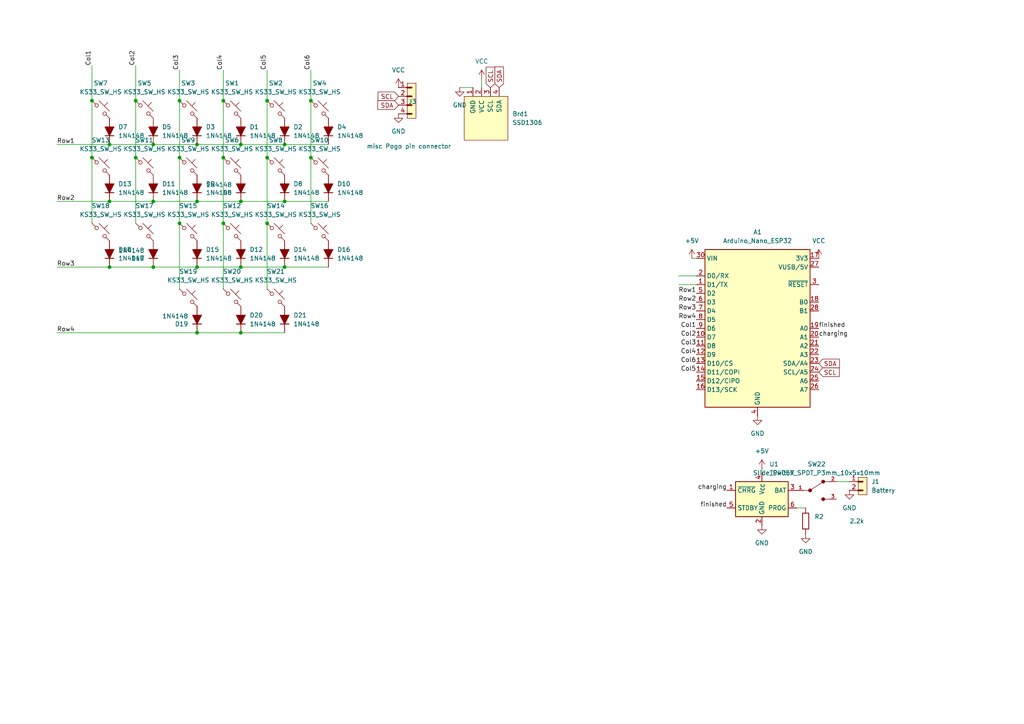
<source format=kicad_sch>
(kicad_sch (version 20250114) (generator "eeschema") (generator_version "9.0")
  (paper "A4")
  (lib_symbols
    (symbol "Battery_Management:TP4057"
      (property "Reference" "U" (at -6.35 6.604 0))
      (property "Value" "TP4057" (at 1.524 6.604 0))
      (symbol "TP4057_0_1"
        (rectangle (start -7.62 5.08) (end 7.62 -5.08) (stroke (width 0.254)) (fill (type background)))
      )
      (symbol "TP4057_1_1"
        (pin open_collector line (at -10.16 2.54 0) (length 2.54) (name "~{CHRG}") (number "1"))
        (pin open_collector line (at -10.16 -2.54 0) (length 2.54) (name "STDBY") (number "5"))
        (pin power_in line (at 0 7.62 270) (length 2.54) (name "V_{CC}") (number "4"))
        (pin power_in line (at 0 -7.62 90) (length 2.54) (name "GND") (number "2"))
        (pin power_out line (at 10.16 2.54 180) (length 2.54) (name "BAT") (number "3"))
        (pin passive line (at 10.16 -2.54 180) (length 2.54) (name "PROG") (number "6"))
      )
    )
    (symbol "MCU_Module:Arduino_Nano_ESP32"
      (property "Reference" "A" (at -14.986 23.622 0))
      (property "Value" "Arduino_Nano_ESP32" (at 3.81 -25.654 0))
      (symbol "Arduino_Nano_ESP32_0_1"
        (rectangle (start -15.24 22.86) (end 15.24 -22.86) (stroke (width 0.254)) (fill (type background)))
      )
      (symbol "Arduino_Nano_ESP32_1_1"
        (pin power_in line (at -17.78 20.32 0) (length 2.54) (name "VIN") (number "30"))
        (pin bidirectional line (at -17.78 15.24 0) (length 2.54) (name "D0/RX") (number "2"))
        (pin bidirectional line (at -17.78 12.7 0) (length 2.54) (name "D1/TX") (number "1"))
        (pin bidirectional line (at -17.78 10.16 0) (length 2.54) (name "D2") (number "5"))
        (pin bidirectional line (at -17.78 7.62 0) (length 2.54) (name "D3") (number "6"))
        (pin bidirectional line (at -17.78 5.08 0) (length 2.54) (name "D4") (number "7"))
        (pin bidirectional line (at -17.78 2.54 0) (length 2.54) (name "D5") (number "8"))
        (pin bidirectional line (at -17.78 0 0) (length 2.54) (name "D6") (number "9"))
        (pin bidirectional line (at -17.78 -2.54 0) (length 2.54) (name "D7") (number "10"))
        (pin bidirectional line (at -17.78 -5.08 0) (length 2.54) (name "D8") (number "11"))
        (pin bidirectional line (at -17.78 -7.62 0) (length 2.54) (name "D9") (number "12"))
        (pin bidirectional line (at -17.78 -10.16 0) (length 2.54) (name "D10/CS") (number "13"))
        (pin bidirectional line (at -17.78 -12.7 0) (length 2.54) (name "D11/COPI") (number "14"))
        (pin bidirectional line (at -17.78 -15.24 0) (length 2.54) (name "D12/CIPO") (number "15"))
        (pin bidirectional line (at -17.78 -17.78 0) (length 2.54) (name "D13/SCK") (number "16"))
        (pin passive line (at 0 -25.4 90) (length 2.54) (hide yes) (name "GND") (number "29"))
        (pin power_in line (at 0 -25.4 90) (length 2.54) (name "GND") (number "4"))
        (pin power_out line (at 17.78 20.32 180) (length 2.54) (name "3V3") (number "17"))
        (pin power_out line (at 17.78 17.78 180) (length 2.54) (name "VUSB/5V") (number "27"))
        (pin input line (at 17.78 12.7 180) (length 2.54) (name "~{RESET}") (number "3"))
        (pin bidirectional line (at 17.78 7.62 180) (length 2.54) (name "B0") (number "18"))
        (pin bidirectional line (at 17.78 5.08 180) (length 2.54) (name "B1") (number "28"))
        (pin bidirectional line (at 17.78 0 180) (length 2.54) (name "A0") (number "19"))
        (pin bidirectional line (at 17.78 -2.54 180) (length 2.54) (name "A1") (number "20"))
        (pin bidirectional line (at 17.78 -5.08 180) (length 2.54) (name "A2") (number "21"))
        (pin bidirectional line (at 17.78 -7.62 180) (length 2.54) (name "A3") (number "22"))
        (pin bidirectional line (at 17.78 -10.16 180) (length 2.54) (name "SDA/A4") (number "23"))
        (pin bidirectional line (at 17.78 -12.7 180) (length 2.54) (name "SCL/A5") (number "24"))
        (pin bidirectional line (at 17.78 -15.24 180) (length 2.54) (name "A6") (number "25"))
        (pin bidirectional line (at 17.78 -17.78 180) (length 2.54) (name "A7") (number "26"))
      )
    )
    (symbol "PCM_Diode_AKL:1N4148" (pin_numbers (hide yes)) (pin_names (offset 1.016) (hide yes))
      (property "Reference" "D" (at 0 5.08 0))
      (property "Value" "1N4148" (at 0 2.54 0))
      (symbol "1N4148_0_1"
        (polyline (pts (xy -1.27 1.27) (xy -1.27 -1.27) (xy 1.27 0) (xy -1.27 1.27)) (stroke (width 0.254)) (fill (type outline)))
        (polyline (pts (xy -1.27 0) (xy 1.27 0)))
        (polyline (pts (xy 1.27 1.27) (xy 1.27 -1.27)) (stroke (width 0.254)))
      )
      (symbol "1N4148_0_2"
        (polyline (pts (xy -2.54 -2.54) (xy 2.54 2.54)))
        (polyline (pts (xy -0.889 -0.889) (xy -1.778 0) (xy 0.889 0.889) (xy 0 -1.778) (xy -0.889 -0.889)) (stroke (width 0.254)) (fill (type outline)))
        (polyline (pts (xy 0 1.778) (xy 1.778 0)) (stroke (width 0.254)))
      )
      (symbol "1N4148_1_1"
        (pin passive line (at -3.81 0 0) (length 2.54) (name "A") (number "2"))
        (pin passive line (at 3.81 0 180) (length 2.54) (name "K") (number "1"))
      )
      (symbol "1N4148_1_2"
        (pin passive line (at -2.54 -2.54 0) (length 0) (name "A") (number "2"))
        (pin passive line (at 2.54 2.54 180) (length 0) (name "K") (number "1"))
      )
    )
    (symbol "PCM_SL_Devices:Slide_Switch_SPDT_P3mm_10x5x10mm"
      (property "Reference" "SW" (at 0 6.35 0))
      (property "Value" "Slide_Switch_SPDT_P3mm_10x5x10mm" (at -1.27 -5.08 0))
      (symbol "Slide_Switch_SPDT_P3mm_10x5x10mm_0_1"
        (polyline (pts (xy -4.445 0) (xy -3.048 0)))
        (circle (center -2.54 0) (radius 0.4579) (fill (type outline)))
        (polyline (pts (xy -2.54 0) (xy 1.27 2.54)))
        (circle (center 1.27 2.54) (radius 0.4579) (fill (type outline)))
        (circle (center 1.27 -2.54) (radius 0.4579) (fill (type outline)))
        (polyline (pts (xy 1.778 2.54) (xy 3.175 2.54)))
        (polyline (pts (xy 1.778 -2.54) (xy 3.175 -2.54)))
      )
      (symbol "Slide_Switch_SPDT_P3mm_10x5x10mm_1_1"
        (pin passive line (at -6.35 0 0) (length 2) (name "") (number "1"))
        (pin passive line (at 5.08 2.54 180) (length 2) (name "") (number "2"))
        (pin passive line (at 5.08 -2.54 180) (length 2) (name "") (number "3"))
      )
    )
    (symbol "PCM_SL_Pin_Headers:PINHD_1x2_Male"
      (property "Reference" "J" (at 0 6.35 0))
      (property "Value" "PINHD_1x2_Male" (at 0 3.81 0))
      (symbol "PINHD_1x2_Male_0_1"
        (rectangle (start -1.27 2.54) (end 1.27 -2.54) (fill (type background)))
        (polyline (pts (xy -1.27 1.27) (xy 0 1.27)) (stroke (width 0.3)))
        (polyline (pts (xy -1.27 1.27) (xy 0 1.27)) (stroke (width 0.5)))
        (polyline (pts (xy -1.27 -1.27) (xy 0 -1.27)) (stroke (width 0.3)))
        (polyline (pts (xy -1.27 -1.27) (xy 0 -1.27)) (stroke (width 0.5)))
      )
      (symbol "PINHD_1x2_Male_1_1"
        (pin passive line (at -3.81 1.27 0) (length 2.54) (name "") (number "1"))
        (pin passive line (at -3.81 -1.27 0) (length 2.54) (name "") (number "2"))
      )
    )
    (symbol "PCM_SL_Pin_Headers:PINHD_1x4_Male"
      (property "Reference" "J" (at 0 8.89 0))
      (property "Value" "PINHD_1x4_Male" (at 0 6.35 0))
      (symbol "PINHD_1x4_Male_0_1"
        (rectangle (start -1.27 5.08) (end 1.27 -5.08) (fill (type background)))
        (polyline (pts (xy -1.27 3.81) (xy 0 3.81)) (stroke (width 0.3)))
        (polyline (pts (xy -1.27 3.81) (xy 0 3.81)) (stroke (width 0.5)))
        (polyline (pts (xy -1.27 1.27) (xy 0 1.27)) (stroke (width 0.3)))
        (polyline (pts (xy -1.27 1.27) (xy 0 1.27)) (stroke (width 0.5)))
        (polyline (pts (xy -1.27 -1.27) (xy 0 -1.27)) (stroke (width 0.3)))
        (polyline (pts (xy -1.27 -1.27) (xy 0 -1.27)) (stroke (width 0.5)))
        (polyline (pts (xy -1.27 -3.81) (xy 0 -3.81)) (stroke (width 0.3)))
        (polyline (pts (xy -1.27 -3.81) (xy 0 -3.81)) (stroke (width 0.5)))
      )
      (symbol "PINHD_1x4_Male_1_1"
        (pin passive line (at -3.81 3.81 0) (length 2.54) (name "") (number "1"))
        (pin passive line (at -3.81 1.27 0) (length 2.54) (name "") (number "2"))
        (pin passive line (at -3.81 -1.27 0) (length 2.54) (name "") (number "3"))
        (pin passive line (at -3.81 -3.81 0) (length 2.54) (name "") (number "4"))
      )
    )
    (symbol "PCM_SL_Resistors:2.2k"
      (property "Reference" "R" (at 0 5.08 0))
      (property "Value" "2.2k" (at 0 2.54 0))
      (symbol "2.2k_0_1"
        (rectangle (start -2.286 0.889) (end 2.286 -0.889) (stroke (width 0.24)))
      )
      (symbol "2.2k_1_1"
        (pin passive line (at -3.81 0 0) (length 1.5) (name "") (number "1"))
        (pin passive line (at 3.81 0 180) (length 1.5) (name "~") (number "2"))
      )
    )
    (symbol "PCM_marbastlib-gateron_lp:KS33_SW_HS_KS-2P02B01-02" (pin_numbers (hide yes)) (pin_names (offset 1.016) (hide yes))
      (property "Reference" "SW" (at 3.048 1.016 0))
      (property "Value" "KS33_SW_HS" (at 0 -3.81 0))
      (symbol "KS33_SW_HS_KS-2P02B01-02_0_1"
        (polyline (pts (xy -2.54 2.54) (xy -1.524 1.524) (xy -1.524 1.524)))
        (circle (center -1.1684 1.1684) (radius 0.508))
        (polyline (pts (xy -0.508 2.54) (xy 2.54 -0.508)))
        (polyline (pts (xy 1.016 1.016) (xy 2.032 2.032)))
        (circle (center 1.143 -1.1938) (radius 0.508))
        (polyline (pts (xy 1.524 -1.524) (xy 2.54 -2.54) (xy 2.54 -2.54) (xy 2.54 -2.54)))
        (pin passive line (at -2.54 2.54 0) (length 0) (name "1") (number "1"))
        (pin passive line (at 2.54 -2.54 180) (length 0) (name "2") (number "2"))
      )
    )
    (symbol "power:+5V" (power) (pin_numbers (hide yes)) (pin_names (offset 0) (hide yes))
      (property "Value" "+5V" (at 0 3.556 0))
      (symbol "+5V_0_1"
        (polyline (pts (xy -0.762 1.27) (xy 0 2.54)))
        (polyline (pts (xy 0 2.54) (xy 0.762 1.27)))
        (polyline (pts (xy 0 0) (xy 0 2.54)))
      )
      (symbol "+5V_1_1"
        (pin power_in line (at 0 0 90) (length 0) (name "~") (number "1"))
      )
    )
    (symbol "power:GND" (power) (pin_numbers (hide yes)) (pin_names (offset 0) (hide yes))
      (property "Value" "GND" (at 0 -3.81 0))
      (symbol "GND_0_1"
        (polyline (pts (xy 0 0) (xy 0 -1.27) (xy 1.27 -1.27) (xy 0 -2.54) (xy -1.27 -1.27) (xy 0 -1.27)))
      )
      (symbol "GND_1_1"
        (pin power_in line (at 0 0 270) (length 0) (name "~") (number "1"))
      )
    )
    (symbol "power:VCC" (power) (pin_numbers (hide yes)) (pin_names (offset 0) (hide yes))
      (property "Value" "VCC" (at 0 3.556 0))
      (symbol "VCC_0_1"
        (polyline (pts (xy -0.762 1.27) (xy 0 2.54)))
        (polyline (pts (xy 0 2.54) (xy 0.762 1.27)))
        (polyline (pts (xy 0 0) (xy 0 2.54)))
      )
      (symbol "VCC_1_1"
        (pin power_in line (at 0 0 90) (length 0) (name "~") (number "1"))
      )
    )
    (symbol "ssd1306:SSD1306" (pin_names (offset 1.016))
      (property "Reference" "Brd" (at 0 -3.81 0))
      (property "Value" "SSD1306" (at 0 -1.27 0))
      (symbol "SSD1306_0_1"
        (rectangle (start -6.35 6.35) (end 6.35 -6.35) (fill (type background)))
      )
      (symbol "SSD1306_1_1"
        (pin input line (at -3.81 8.89 270) (length 2.54) (name "GND") (number "1"))
        (pin input line (at -1.27 8.89 270) (length 2.54) (name "VCC") (number "2"))
        (pin input line (at 1.27 8.89 270) (length 2.54) (name "SCL") (number "3"))
        (pin input line (at 3.81 8.89 270) (length 2.54) (name "SDA") (number "4"))
      )
    )
  )
  (junction (at 64.77 29.21))
  (junction (at 82.55 58.42))
  (junction (at 64.77 45.72))
  (junction (at 82.55 77.47))
  (junction (at 31.75 41.91))
  (junction (at 44.45 77.47))
  (junction (at 57.15 41.91))
  (junction (at 57.15 58.42))
  (junction (at 39.37 45.72))
  (junction (at 39.37 29.21))
  (junction (at 31.75 77.47))
  (junction (at 69.85 41.91))
  (junction (at 69.85 77.47))
  (junction (at 52.07 64.77))
  (junction (at 90.17 29.21))
  (junction (at 64.77 64.77))
  (junction (at 90.17 45.72))
  (junction (at 44.45 58.42))
  (junction (at 26.67 45.72))
  (junction (at 57.15 96.52))
  (junction (at 69.85 58.42))
  (junction (at 77.47 45.72))
  (junction (at 77.47 64.77))
  (junction (at 77.47 29.21))
  (junction (at 44.45 41.91))
  (junction (at 26.67 29.21))
  (junction (at 57.15 77.47))
  (junction (at 52.07 29.21))
  (junction (at 31.75 58.42))
  (junction (at 82.55 41.91))
  (junction (at 52.07 45.72))
  (junction (at 69.85 96.52))
  (wire (pts (xy 64.77 45.72) (xy 64.77 64.77)))
  (wire (pts (xy 39.37 29.21) (xy 39.37 45.72)))
  (wire (pts (xy 220.98 135.89) (xy 220.98 137.16)))
  (wire (pts (xy 69.85 96.52) (xy 82.55 96.52)))
  (wire (pts (xy 31.75 58.42) (xy 44.45 58.42)))
  (wire (pts (xy 90.17 29.21) (xy 90.17 45.72)))
  (wire (pts (xy 57.15 58.42) (xy 69.85 58.42)))
  (wire (pts (xy 16.51 58.42) (xy 31.75 58.42)))
  (wire (pts (xy 90.17 45.72) (xy 90.17 64.77)))
  (wire (pts (xy 26.67 45.72) (xy 26.67 64.77)))
  (wire (pts (xy 196.85 82.55) (xy 201.93 82.55)))
  (wire (pts (xy 16.51 41.91) (xy 31.75 41.91)))
  (wire (pts (xy 44.45 41.91) (xy 57.15 41.91)))
  (wire (pts (xy 26.67 29.21) (xy 26.67 45.72)))
  (wire (pts (xy 44.45 58.42) (xy 57.15 58.42)))
  (wire (pts (xy 52.07 29.21) (xy 52.07 45.72)))
  (wire (pts (xy 16.51 77.47) (xy 31.75 77.47)))
  (wire (pts (xy 77.47 45.72) (xy 77.47 64.77)))
  (wire (pts (xy 69.85 58.42) (xy 82.55 58.42)))
  (wire (pts (xy 31.75 77.47) (xy 44.45 77.47)))
  (wire (pts (xy 52.07 20.32) (xy 52.07 29.21)))
  (wire (pts (xy 39.37 19.05) (xy 39.37 29.21)))
  (wire (pts (xy 69.85 41.91) (xy 82.55 41.91)))
  (wire (pts (xy 64.77 29.21) (xy 64.77 45.72)))
  (wire (pts (xy 242.57 139.7) (xy 246.38 139.7)))
  (wire (pts (xy 231.14 147.32) (xy 233.68 147.32)))
  (wire (pts (xy 64.77 64.77) (xy 64.77 83.82)))
  (wire (pts (xy 52.07 45.72) (xy 52.07 64.77)))
  (wire (pts (xy 90.17 20.32) (xy 90.17 29.21)))
  (wire (pts (xy 57.15 77.47) (xy 69.85 77.47)))
  (wire (pts (xy 31.75 41.91) (xy 44.45 41.91)))
  (wire (pts (xy 82.55 41.91) (xy 95.25 41.91)))
  (wire (pts (xy 200.66 74.93) (xy 201.93 74.93)))
  (wire (pts (xy 77.47 20.32) (xy 77.47 29.21)))
  (wire (pts (xy 57.15 41.91) (xy 69.85 41.91)))
  (wire (pts (xy 64.77 20.32) (xy 64.77 29.21)))
  (wire (pts (xy 139.7 22.86) (xy 139.7 25.4)))
  (wire (pts (xy 52.07 64.77) (xy 52.07 83.82)))
  (wire (pts (xy 77.47 64.77) (xy 77.47 83.82)))
  (wire (pts (xy 44.45 77.47) (xy 57.15 77.47)))
  (wire (pts (xy 196.85 80.01) (xy 201.93 80.01)))
  (wire (pts (xy 133.35 25.4) (xy 137.16 25.4)))
  (wire (pts (xy 82.55 77.47) (xy 95.25 77.47)))
  (wire (pts (xy 57.15 96.52) (xy 69.85 96.52)))
  (wire (pts (xy 69.85 77.47) (xy 82.55 77.47)))
  (wire (pts (xy 16.51 96.52) (xy 57.15 96.52)))
  (wire (pts (xy 39.37 45.72) (xy 39.37 64.77)))
  (wire (pts (xy 77.47 29.21) (xy 77.47 45.72)))
  (wire (pts (xy 82.55 58.42) (xy 95.25 58.42)))
  (wire (pts (xy 26.67 19.05) (xy 26.67 29.21)))
  (label "Col6" (at 201.93 105.41 180))
  (label "Row3" (at 16.51 77.47 0))
  (label "finished" (at 210.82 147.32 180))
  (label "Col4" (at 201.93 102.87 180))
  (label "Col5" (at 77.47 20.32 90))
  (label "charging" (at 237.49 97.79 0))
  (label "Col1" (at 201.93 95.25 180))
  (label "Col2" (at 201.93 97.79 180))
  (label "Row2" (at 16.51 58.42 0))
  (label "Row4" (at 16.51 96.52 0))
  (label "Row2" (at 201.93 87.63 180))
  (label "Col5" (at 201.93 107.95 180))
  (label "Row1" (at 201.93 85.09 180))
  (label "Row1" (at 16.51 41.91 0))
  (label "Col4" (at 64.77 20.32 90))
  (label "finished" (at 237.49 95.25 0))
  (label "Row3" (at 201.93 90.17 180))
  (label "Col2" (at 39.37 19.05 90))
  (label "Col3" (at 201.93 100.33 180))
  (label "Col6" (at 90.17 20.32 90))
  (label "Col3" (at 52.07 20.32 90))
  (label "Col1" (at 26.67 19.05 90))
  (label "charging" (at 210.82 142.24 180))
  (label "Row4" (at 201.93 92.71 180))
  (global_label "SCL" (shape input) (at 142.24 25.4 90) (property "Intersheetrefs" "${INTERSHEET_REFS}" (effects (hide yes))))
  (global_label "SCL" (shape input) (at 237.49 107.95 0) (property "Intersheetrefs" "${INTERSHEET_REFS}" (effects (hide yes))))
  (global_label "SDA" (shape input) (at 144.78 25.4 90) (property "Intersheetrefs" "${INTERSHEET_REFS}" (effects (hide yes))))
  (global_label "SDA" (shape input) (at 115.57 30.48 180) (property "Intersheetrefs" "${INTERSHEET_REFS}" (effects (hide yes))))
  (global_label "SCL" (shape input) (at 115.57 27.94 180) (property "Intersheetrefs" "${INTERSHEET_REFS}" (effects (hide yes))))
  (global_label "SDA" (shape input) (at 237.49 105.41 0) (property "Intersheetrefs" "${INTERSHEET_REFS}" (effects (hide yes))))
  (symbol (lib_id "power:GND") (at 246.38 142.24 0) (unit 1)
    (property "Reference" "#PWR02" (effects (hide yes)))
    (property "Value" "GND" (at 246.38 147.32 0))
    (property "Description" "Power symbol creates a global label with name \"GND\" , ground" (effects (hide yes)))
  )
  (symbol (lib_id "PCM_marbastlib-gateron_lp:KS33_SW_HS_KS-2P02B01-02") (at 67.31 86.36 0) (unit 1)
    (property "Reference" "SW20" (at 67.31 78.74 0))
    (property "Value" "KS33_SW_HS" (at 67.31 81.28 0))
    (property "Footprint" "keyswitches:Kailh_socket_PG1350_reversible" (effects (hide yes)))
    (property "Description" "Push button switch, normally open, two pins, 45° tilted" (effects (hide yes)))
  )
  (symbol (lib_id "PCM_marbastlib-gateron_lp:KS33_SW_HS_KS-2P02B01-02") (at 54.61 67.31 0) (unit 1)
    (property "Reference" "SW15" (at 54.61 59.69 0))
    (property "Value" "KS33_SW_HS" (at 54.61 62.23 0))
    (property "Footprint" "keyswitches:Kailh_socket_PG1350_reversible" (effects (hide yes)))
    (property "Description" "Push button switch, normally open, two pins, 45° tilted" (effects (hide yes)))
  )
  (symbol (lib_id "PCM_Diode_AKL:1N4148") (at 95.25 38.1 270) (unit 1)
    (property "Reference" "D4" (at 97.79 36.8299 90) (effects (justify left)))
    (property "Value" "1N4148" (at 97.79 39.3699 90) (effects (justify left)))
    (property "Footprint" "PCM_Diode_THT_AKL:D_DO-35_SOD27_P7.62mm_Horizontal" (effects (hide yes)))
    (property "Datasheet" "https://datasheet.octopart.com/1N4148TR-ON-Semiconductor-datasheet-42765246.pdf" (effects (hide yes)))
    (property "Description" "DO-35 Diode, Small Signal, Fast Switching, 75V, 150mA, 4ns, Alternate KiCad Library" (effects (hide yes)))
    (property "Sim.Device" "D" (effects (hide yes)))
    (property "Sim.Pins" "1=K 2=A" (effects (hide yes)))
  )
  (symbol (lib_id "PCM_marbastlib-gateron_lp:KS33_SW_HS_KS-2P02B01-02") (at 67.31 67.31 0) (unit 1)
    (property "Reference" "SW12" (at 67.31 59.69 0))
    (property "Value" "KS33_SW_HS" (at 67.31 62.23 0))
    (property "Footprint" "keyswitches:Kailh_socket_PG1350_reversible" (effects (hide yes)))
    (property "Description" "Push button switch, normally open, two pins, 45° tilted" (effects (hide yes)))
  )
  (symbol (lib_id "PCM_Diode_AKL:1N4148") (at 31.75 54.61 270) (unit 1)
    (property "Reference" "D13" (at 34.29 53.3399 90) (effects (justify left)))
    (property "Value" "1N4148" (at 34.29 55.8799 90) (effects (justify left)))
    (property "Footprint" "PCM_Diode_THT_AKL:D_DO-35_SOD27_P7.62mm_Horizontal" (effects (hide yes)))
    (property "Datasheet" "https://datasheet.octopart.com/1N4148TR-ON-Semiconductor-datasheet-42765246.pdf" (effects (hide yes)))
    (property "Description" "DO-35 Diode, Small Signal, Fast Switching, 75V, 150mA, 4ns, Alternate KiCad Library" (effects (hide yes)))
    (property "Sim.Device" "D" (effects (hide yes)))
    (property "Sim.Pins" "1=K 2=A" (effects (hide yes)))
  )
  (symbol (lib_id "PCM_marbastlib-gateron_lp:KS33_SW_HS_KS-2P02B01-02") (at 29.21 67.31 0) (unit 1)
    (property "Reference" "SW18" (at 29.21 59.69 0))
    (property "Value" "KS33_SW_HS" (at 29.21 62.23 0))
    (property "Footprint" "keyswitches:Kailh_socket_PG1350_reversible" (effects (hide yes)))
    (property "Description" "Push button switch, normally open, two pins, 45° tilted" (effects (hide yes)))
  )
  (symbol (lib_id "PCM_Diode_AKL:1N4148") (at 95.25 54.61 270) (unit 1)
    (property "Reference" "D10" (at 97.79 53.3399 90) (effects (justify left)))
    (property "Value" "1N4148" (at 97.79 55.8799 90) (effects (justify left)))
    (property "Footprint" "PCM_Diode_THT_AKL:D_DO-35_SOD27_P7.62mm_Horizontal" (effects (hide yes)))
    (property "Datasheet" "https://datasheet.octopart.com/1N4148TR-ON-Semiconductor-datasheet-42765246.pdf" (effects (hide yes)))
    (property "Description" "DO-35 Diode, Small Signal, Fast Switching, 75V, 150mA, 4ns, Alternate KiCad Library" (effects (hide yes)))
    (property "Sim.Device" "D" (effects (hide yes)))
    (property "Sim.Pins" "1=K 2=A" (effects (hide yes)))
  )
  (symbol (lib_id "PCM_Diode_AKL:1N4148") (at 57.15 92.71 270) (unit 1)
    (property "Reference" "D19" (at 54.61 93.9801 90) (effects (justify right)))
    (property "Value" "1N4148" (at 54.61 91.694 90) (effects (justify right)))
    (property "Footprint" "PCM_Diode_THT_AKL:D_DO-35_SOD27_P7.62mm_Horizontal" (effects (hide yes)))
    (property "Datasheet" "https://datasheet.octopart.com/1N4148TR-ON-Semiconductor-datasheet-42765246.pdf" (effects (hide yes)))
    (property "Description" "DO-35 Diode, Small Signal, Fast Switching, 75V, 150mA, 4ns, Alternate KiCad Library" (effects (hide yes)))
    (property "Sim.Device" "D" (effects (hide yes)))
    (property "Sim.Pins" "1=K 2=A" (effects (hide yes)))
  )
  (symbol (lib_id "power:VCC") (at 115.57 25.4 0) (unit 1)
    (property "Reference" "#PWR06" (effects (hide yes)))
    (property "Value" "VCC" (at 115.57 20.32 0))
    (property "Description" "Power symbol creates a global label with name \"VCC\"" (effects (hide yes)))
  )
  (symbol (lib_id "PCM_Diode_AKL:1N4148") (at 57.15 38.1 270) (unit 1)
    (property "Reference" "D3" (at 59.69 36.8299 90) (effects (justify left)))
    (property "Value" "1N4148" (at 59.69 39.3699 90) (effects (justify left)))
    (property "Footprint" "PCM_Diode_THT_AKL:D_DO-35_SOD27_P7.62mm_Horizontal" (effects (hide yes)))
    (property "Datasheet" "https://datasheet.octopart.com/1N4148TR-ON-Semiconductor-datasheet-42765246.pdf" (effects (hide yes)))
    (property "Description" "DO-35 Diode, Small Signal, Fast Switching, 75V, 150mA, 4ns, Alternate KiCad Library" (effects (hide yes)))
    (property "Sim.Device" "D" (effects (hide yes)))
    (property "Sim.Pins" "1=K 2=A" (effects (hide yes)))
  )
  (symbol (lib_id "PCM_marbastlib-gateron_lp:KS33_SW_HS_KS-2P02B01-02") (at 80.01 67.31 0) (unit 1)
    (property "Reference" "SW14" (at 80.01 59.69 0))
    (property "Value" "KS33_SW_HS" (at 80.01 62.23 0))
    (property "Footprint" "keyswitches:Kailh_socket_PG1350_reversible" (effects (hide yes)))
    (property "Description" "Push button switch, normally open, two pins, 45° tilted" (effects (hide yes)))
  )
  (symbol (lib_id "PCM_Diode_AKL:1N4148") (at 44.45 73.66 270) (unit 1)
    (property "Reference" "D17" (at 41.91 74.9301 90) (effects (justify right)))
    (property "Value" "1N4148" (at 41.91 72.644 90) (effects (justify right)))
    (property "Footprint" "PCM_Diode_THT_AKL:D_DO-35_SOD27_P7.62mm_Horizontal" (effects (hide yes)))
    (property "Datasheet" "https://datasheet.octopart.com/1N4148TR-ON-Semiconductor-datasheet-42765246.pdf" (effects (hide yes)))
    (property "Description" "DO-35 Diode, Small Signal, Fast Switching, 75V, 150mA, 4ns, Alternate KiCad Library" (effects (hide yes)))
    (property "Sim.Device" "D" (effects (hide yes)))
    (property "Sim.Pins" "1=K 2=A" (effects (hide yes)))
  )
  (symbol (lib_id "PCM_marbastlib-gateron_lp:KS33_SW_HS_KS-2P02B01-02") (at 41.91 31.75 0) (unit 1)
    (property "Reference" "SW5" (at 41.91 24.13 0))
    (property "Value" "KS33_SW_HS" (at 41.91 26.67 0))
    (property "Footprint" "keyswitches:Kailh_socket_PG1350_reversible" (effects (hide yes)))
    (property "Description" "Push button switch, normally open, two pins, 45° tilted" (effects (hide yes)))
  )
  (symbol (lib_id "PCM_Diode_AKL:1N4148") (at 69.85 54.61 270) (unit 1)
    (property "Reference" "D6" (at 67.31 55.8801 90) (effects (justify right)))
    (property "Value" "1N4148" (at 67.31 53.594 90) (effects (justify right)))
    (property "Footprint" "PCM_Diode_THT_AKL:D_DO-35_SOD27_P7.62mm_Horizontal" (effects (hide yes)))
    (property "Datasheet" "https://datasheet.octopart.com/1N4148TR-ON-Semiconductor-datasheet-42765246.pdf" (effects (hide yes)))
    (property "Description" "DO-35 Diode, Small Signal, Fast Switching, 75V, 150mA, 4ns, Alternate KiCad Library" (effects (hide yes)))
    (property "Sim.Device" "D" (effects (hide yes)))
    (property "Sim.Pins" "1=K 2=A" (effects (hide yes)))
  )
  (symbol (lib_id "Battery_Management:TP4057") (at 220.98 144.78 0) (unit 1)
    (property "Reference" "U1" (at 223.1233 134.62 0) (effects (justify left)))
    (property "Value" "TP4057" (at 223.1233 137.16 0) (effects (justify left)))
    (property "Footprint" "Package_TO_SOT_SMD:TSOT-23-6" (effects (hide yes)))
    (property "Datasheet" "http://toppwr.com/uploadfile/file/20230304/640302a47b738.pdf" (effects (hide yes)))
    (property "Description" "Constant-current/constant-voltage linear charger for single cell lithium-ion batteries with 2.9V Trickle Charge, 4.5V to 6.5V VDD, -40 to +85 degree Celsius, TSOT-23-6" (effects (hide yes)))
  )
  (symbol (lib_id "power:+5V") (at 220.98 135.89 0) (unit 1)
    (property "Reference" "#PWR010" (effects (hide yes)))
    (property "Value" "+5V" (at 220.98 130.81 0))
    (property "Description" "Power symbol creates a global label with name \"+5V\"" (effects (hide yes)))
  )
  (symbol (lib_id "power:GND") (at 115.57 33.02 0) (unit 1)
    (property "Reference" "#PWR01" (effects (hide yes)))
    (property "Value" "GND" (at 115.57 38.1 0))
    (property "Description" "Power symbol creates a global label with name \"GND\" , ground" (effects (hide yes)))
  )
  (symbol (lib_id "PCM_marbastlib-gateron_lp:KS33_SW_HS_KS-2P02B01-02") (at 80.01 31.75 0) (unit 1)
    (property "Reference" "SW2" (at 80.01 24.13 0))
    (property "Value" "KS33_SW_HS" (at 80.01 26.67 0))
    (property "Footprint" "keyswitches:Kailh_socket_PG1350_reversible" (effects (hide yes)))
    (property "Description" "Push button switch, normally open, two pins, 45° tilted" (effects (hide yes)))
  )
  (symbol (lib_id "power:GND") (at 133.35 25.4 0) (unit 1)
    (property "Reference" "#PWR016" (effects (hide yes)))
    (property "Value" "GND" (at 133.35 30.48 0))
    (property "Description" "Power symbol creates a global label with name \"GND\" , ground" (effects (hide yes)))
  )
  (symbol (lib_id "PCM_marbastlib-gateron_lp:KS33_SW_HS_KS-2P02B01-02") (at 92.71 48.26 0) (unit 1)
    (property "Reference" "SW10" (at 92.71 40.64 0))
    (property "Value" "KS33_SW_HS" (at 92.71 43.18 0))
    (property "Footprint" "keyswitches:Kailh_socket_PG1350_reversible" (effects (hide yes)))
    (property "Description" "Push button switch, normally open, two pins, 45° tilted" (effects (hide yes)))
  )
  (symbol (lib_id "power:VCC") (at 237.49 74.93 0) (unit 1)
    (property "Reference" "#PWR04" (effects (hide yes)))
    (property "Value" "VCC" (at 237.49 69.85 0))
    (property "Description" "Power symbol creates a global label with name \"VCC\"" (effects (hide yes)))
  )
  (symbol (lib_id "power:GND") (at 220.98 152.4 0) (unit 1)
    (property "Reference" "#PWR07" (effects (hide yes)))
    (property "Value" "GND" (at 220.98 157.48 0))
    (property "Description" "Power symbol creates a global label with name \"GND\" , ground" (effects (hide yes)))
  )
  (symbol (lib_id "MCU_Module:Arduino_Nano_ESP32") (at 219.71 95.25 0) (unit 1)
    (property "Reference" "A1" (at 219.71 67.31 0))
    (property "Value" "Arduino_Nano_ESP32" (at 219.71 69.85 0))
    (property "Footprint" "Module:Arduino_Nano" (effects (hide yes)))
    (property "Datasheet" "https://docs.arduino.cc/resources/datasheets/ABX00083-datasheet.pdf" (effects (hide yes)))
    (property "Description" "Arduino Nano board based on the ESP32-S3 with a dual-core 240 MHz processor, 384 kB ROM, 512 kB SRAM. Operates at 3.3V, with 5V USB-C® input and 6-21V VIN. Features Wi-Fi®, Bluetooth® LE, digital and analog pins, and supports SPI, I2C, UART, I2S, and CAN." (effects (hide yes)))
  )
  (symbol (lib_id "PCM_SL_Pin_Headers:PINHD_1x2_Male") (at 250.19 140.97 0) (unit 1)
    (property "Reference" "J1" (at 252.73 139.6999 0) (effects (justify left)))
    (property "Value" "Battery" (at 252.73 142.2399 0) (effects (justify left)))
    (property "Footprint" "Connector_PinHeader_2.54mm:PinHeader_1x02_P2.54mm_Vertical" (effects (hide yes)))
    (property "Description" "Pin Header male with pin space 2.54mm. Pin Count -2" (effects (hide yes)))
  )
  (symbol (lib_id "PCM_Diode_AKL:1N4148") (at 69.85 92.71 270) (unit 1)
    (property "Reference" "D20" (at 72.39 91.4399 90) (effects (justify left)))
    (property "Value" "1N4148" (at 72.39 93.9799 90) (effects (justify left)))
    (property "Footprint" "PCM_Diode_THT_AKL:D_DO-35_SOD27_P7.62mm_Horizontal" (effects (hide yes)))
    (property "Datasheet" "https://datasheet.octopart.com/1N4148TR-ON-Semiconductor-datasheet-42765246.pdf" (effects (hide yes)))
    (property "Description" "DO-35 Diode, Small Signal, Fast Switching, 75V, 150mA, 4ns, Alternate KiCad Library" (effects (hide yes)))
    (property "Sim.Device" "D" (effects (hide yes)))
    (property "Sim.Pins" "1=K 2=A" (effects (hide yes)))
  )
  (symbol (lib_id "PCM_Diode_AKL:1N4148") (at 82.55 54.61 270) (unit 1)
    (property "Reference" "D8" (at 85.09 53.3399 90) (effects (justify left)))
    (property "Value" "1N4148" (at 85.09 55.8799 90) (effects (justify left)))
    (property "Footprint" "PCM_Diode_THT_AKL:D_DO-35_SOD27_P7.62mm_Horizontal" (effects (hide yes)))
    (property "Datasheet" "https://datasheet.octopart.com/1N4148TR-ON-Semiconductor-datasheet-42765246.pdf" (effects (hide yes)))
    (property "Description" "DO-35 Diode, Small Signal, Fast Switching, 75V, 150mA, 4ns, Alternate KiCad Library" (effects (hide yes)))
    (property "Sim.Device" "D" (effects (hide yes)))
    (property "Sim.Pins" "1=K 2=A" (effects (hide yes)))
  )
  (symbol (lib_id "PCM_Diode_AKL:1N4148") (at 31.75 38.1 270) (unit 1)
    (property "Reference" "D7" (at 34.29 36.8299 90) (effects (justify left)))
    (property "Value" "1N4148" (at 34.29 39.3699 90) (effects (justify left)))
    (property "Footprint" "PCM_Diode_THT_AKL:D_DO-35_SOD27_P7.62mm_Horizontal" (effects (hide yes)))
    (property "Datasheet" "https://datasheet.octopart.com/1N4148TR-ON-Semiconductor-datasheet-42765246.pdf" (effects (hide yes)))
    (property "Description" "DO-35 Diode, Small Signal, Fast Switching, 75V, 150mA, 4ns, Alternate KiCad Library" (effects (hide yes)))
    (property "Sim.Device" "D" (effects (hide yes)))
    (property "Sim.Pins" "1=K 2=A" (effects (hide yes)))
  )
  (symbol (lib_id "PCM_marbastlib-gateron_lp:KS33_SW_HS_KS-2P02B01-02") (at 41.91 48.26 0) (unit 1)
    (property "Reference" "SW11" (at 41.91 40.64 0))
    (property "Value" "KS33_SW_HS" (at 41.91 43.18 0))
    (property "Footprint" "keyswitches:Kailh_socket_PG1350_reversible" (effects (hide yes)))
    (property "Description" "Push button switch, normally open, two pins, 45° tilted" (effects (hide yes)))
  )
  (symbol (lib_id "PCM_marbastlib-gateron_lp:KS33_SW_HS_KS-2P02B01-02") (at 67.31 31.75 0) (unit 1)
    (property "Reference" "SW1" (at 67.31 24.13 0))
    (property "Value" "KS33_SW_HS" (at 67.31 26.67 0))
    (property "Footprint" "keyswitches:Kailh_socket_PG1350_reversible" (effects (hide yes)))
    (property "Description" "Push button switch, normally open, two pins, 45° tilted" (effects (hide yes)))
  )
  (symbol (lib_id "PCM_marbastlib-gateron_lp:KS33_SW_HS_KS-2P02B01-02") (at 80.01 86.36 0) (unit 1)
    (property "Reference" "SW21" (at 80.01 78.74 0))
    (property "Value" "KS33_SW_HS" (at 80.01 81.28 0))
    (property "Footprint" "keyswitches:Kailh_socket_PG1350_reversible" (effects (hide yes)))
    (property "Description" "Push button switch, normally open, two pins, 45° tilted" (effects (hide yes)))
  )
  (symbol (lib_id "PCM_Diode_AKL:1N4148") (at 31.75 73.66 270) (unit 1)
    (property "Reference" "D18" (at 34.29 72.3899 90) (effects (justify left)))
    (property "Value" "1N4148" (at 34.29 74.9299 90) (effects (justify left)))
    (property "Footprint" "PCM_Diode_THT_AKL:D_DO-35_SOD27_P7.62mm_Horizontal" (effects (hide yes)))
    (property "Datasheet" "https://datasheet.octopart.com/1N4148TR-ON-Semiconductor-datasheet-42765246.pdf" (effects (hide yes)))
    (property "Description" "DO-35 Diode, Small Signal, Fast Switching, 75V, 150mA, 4ns, Alternate KiCad Library" (effects (hide yes)))
    (property "Sim.Device" "D" (effects (hide yes)))
    (property "Sim.Pins" "1=K 2=A" (effects (hide yes)))
  )
  (symbol (lib_id "PCM_SL_Pin_Headers:PINHD_1x4_Male") (at 119.38 29.21 0) (unit 1)
    (property "Reference" "J3" (at 119.634 29.464 0))
    (property "Value" "misc Pogo pin connector" (at 118.618 42.418 0))
    (property "Footprint" "Connector_PinHeader_2.54mm:PinHeader_1x04_P2.54mm_Vertical" (effects (hide yes)))
    (property "Description" "Pin Header male with pin space 2.54mm. Pin Count -4" (effects (hide yes)))
  )
  (symbol (lib_id "PCM_marbastlib-gateron_lp:KS33_SW_HS_KS-2P02B01-02") (at 29.21 31.75 0) (unit 1)
    (property "Reference" "SW7" (at 29.21 24.13 0))
    (property "Value" "KS33_SW_HS" (at 29.21 26.67 0))
    (property "Footprint" "keyswitches:Kailh_socket_PG1350_reversible" (effects (hide yes)))
    (property "Description" "Push button switch, normally open, two pins, 45° tilted" (effects (hide yes)))
  )
  (symbol (lib_id "PCM_SL_Resistors:2.2k") (at 233.68 151.13 90) (unit 1)
    (property "Reference" "R2" (at 236.22 149.8599 90) (effects (justify right)))
    (property "Value" "2.2k" (at 246.38 151.1299 90) (effects (justify right)))
    (property "Footprint" "Resistor_THT:R_Axial_DIN0207_L6.3mm_D2.5mm_P10.16mm_Horizontal" (effects (hide yes)))
    (property "Description" "2.2kΩ, 1/4W Resistor" (effects (hide yes)))
  )
  (symbol (lib_id "PCM_marbastlib-gateron_lp:KS33_SW_HS_KS-2P02B01-02") (at 92.71 67.31 0) (unit 1)
    (property "Reference" "SW16" (at 92.71 59.69 0))
    (property "Value" "KS33_SW_HS" (at 92.71 62.23 0))
    (property "Footprint" "keyswitches:Kailh_socket_PG1350_reversible" (effects (hide yes)))
    (property "Description" "Push button switch, normally open, two pins, 45° tilted" (effects (hide yes)))
  )
  (symbol (lib_id "PCM_Diode_AKL:1N4148") (at 69.85 38.1 270) (unit 1)
    (property "Reference" "D1" (at 72.39 36.8299 90) (effects (justify left)))
    (property "Value" "1N4148" (at 72.39 39.3699 90) (effects (justify left)))
    (property "Footprint" "PCM_Diode_THT_AKL:D_DO-35_SOD27_P7.62mm_Horizontal" (effects (hide yes)))
    (property "Datasheet" "https://datasheet.octopart.com/1N4148TR-ON-Semiconductor-datasheet-42765246.pdf" (effects (hide yes)))
    (property "Description" "DO-35 Diode, Small Signal, Fast Switching, 75V, 150mA, 4ns, Alternate KiCad Library" (effects (hide yes)))
    (property "Sim.Device" "D" (effects (hide yes)))
    (property "Sim.Pins" "1=K 2=A" (effects (hide yes)))
  )
  (symbol (lib_id "power:GND") (at 219.71 120.65 0) (unit 1)
    (property "Reference" "#PWR03" (effects (hide yes)))
    (property "Value" "GND" (at 219.71 125.73 0))
    (property "Description" "Power symbol creates a global label with name \"GND\" , ground" (effects (hide yes)))
  )
  (symbol (lib_id "PCM_Diode_AKL:1N4148") (at 82.55 38.1 270) (unit 1)
    (property "Reference" "D2" (at 85.09 36.8299 90) (effects (justify left)))
    (property "Value" "1N4148" (at 85.09 39.3699 90) (effects (justify left)))
    (property "Footprint" "PCM_Diode_THT_AKL:D_DO-35_SOD27_P7.62mm_Horizontal" (effects (hide yes)))
    (property "Datasheet" "https://datasheet.octopart.com/1N4148TR-ON-Semiconductor-datasheet-42765246.pdf" (effects (hide yes)))
    (property "Description" "DO-35 Diode, Small Signal, Fast Switching, 75V, 150mA, 4ns, Alternate KiCad Library" (effects (hide yes)))
    (property "Sim.Device" "D" (effects (hide yes)))
    (property "Sim.Pins" "1=K 2=A" (effects (hide yes)))
  )
  (symbol (lib_id "PCM_Diode_AKL:1N4148") (at 95.25 73.66 270) (unit 1)
    (property "Reference" "D16" (at 97.79 72.3899 90) (effects (justify left)))
    (property "Value" "1N4148" (at 97.79 74.9299 90) (effects (justify left)))
    (property "Footprint" "PCM_Diode_THT_AKL:D_DO-35_SOD27_P7.62mm_Horizontal" (effects (hide yes)))
    (property "Datasheet" "https://datasheet.octopart.com/1N4148TR-ON-Semiconductor-datasheet-42765246.pdf" (effects (hide yes)))
    (property "Description" "DO-35 Diode, Small Signal, Fast Switching, 75V, 150mA, 4ns, Alternate KiCad Library" (effects (hide yes)))
    (property "Sim.Device" "D" (effects (hide yes)))
    (property "Sim.Pins" "1=K 2=A" (effects (hide yes)))
  )
  (symbol (lib_id "PCM_marbastlib-gateron_lp:KS33_SW_HS_KS-2P02B01-02") (at 92.71 31.75 0) (unit 1)
    (property "Reference" "SW4" (at 92.71 24.13 0))
    (property "Value" "KS33_SW_HS" (at 92.71 26.67 0))
    (property "Footprint" "keyswitches:Kailh_socket_PG1350_reversible" (effects (hide yes)))
    (property "Description" "Push button switch, normally open, two pins, 45° tilted" (effects (hide yes)))
  )
  (symbol (lib_id "PCM_Diode_AKL:1N4148") (at 44.45 38.1 270) (unit 1)
    (property "Reference" "D5" (at 46.99 36.8299 90) (effects (justify left)))
    (property "Value" "1N4148" (at 46.99 39.3699 90) (effects (justify left)))
    (property "Footprint" "PCM_Diode_THT_AKL:D_DO-35_SOD27_P7.62mm_Horizontal" (effects (hide yes)))
    (property "Datasheet" "https://datasheet.octopart.com/1N4148TR-ON-Semiconductor-datasheet-42765246.pdf" (effects (hide yes)))
    (property "Description" "DO-35 Diode, Small Signal, Fast Switching, 75V, 150mA, 4ns, Alternate KiCad Library" (effects (hide yes)))
    (property "Sim.Device" "D" (effects (hide yes)))
    (property "Sim.Pins" "1=K 2=A" (effects (hide yes)))
  )
  (symbol (lib_id "PCM_Diode_AKL:1N4148") (at 57.15 54.61 270) (unit 1)
    (property "Reference" "D9" (at 59.69 53.3399 90) (effects (justify left)))
    (property "Value" "1N4148" (at 59.69 55.8799 90) (effects (justify left)))
    (property "Footprint" "PCM_Diode_THT_AKL:D_DO-35_SOD27_P7.62mm_Horizontal" (effects (hide yes)))
    (property "Datasheet" "https://datasheet.octopart.com/1N4148TR-ON-Semiconductor-datasheet-42765246.pdf" (effects (hide yes)))
    (property "Description" "DO-35 Diode, Small Signal, Fast Switching, 75V, 150mA, 4ns, Alternate KiCad Library" (effects (hide yes)))
    (property "Sim.Device" "D" (effects (hide yes)))
    (property "Sim.Pins" "1=K 2=A" (effects (hide yes)))
  )
  (symbol (lib_id "power:+5V") (at 200.66 74.93 0) (unit 1)
    (property "Reference" "#PWR09" (effects (hide yes)))
    (property "Value" "+5V" (at 200.66 69.85 0))
    (property "Description" "Power symbol creates a global label with name \"+5V\"" (effects (hide yes)))
  )
  (symbol (lib_id "PCM_Diode_AKL:1N4148") (at 82.55 92.71 270) (unit 1)
    (property "Reference" "D21" (at 85.09 91.4399 90) (effects (justify left)))
    (property "Value" "1N4148" (at 85.09 93.9799 90) (effects (justify left)))
    (property "Footprint" "PCM_Diode_THT_AKL:D_DO-35_SOD27_P7.62mm_Horizontal" (effects (hide yes)))
    (property "Datasheet" "https://datasheet.octopart.com/1N4148TR-ON-Semiconductor-datasheet-42765246.pdf" (effects (hide yes)))
    (property "Description" "DO-35 Diode, Small Signal, Fast Switching, 75V, 150mA, 4ns, Alternate KiCad Library" (effects (hide yes)))
    (property "Sim.Device" "D" (effects (hide yes)))
    (property "Sim.Pins" "1=K 2=A" (effects (hide yes)))
  )
  (symbol (lib_id "PCM_marbastlib-gateron_lp:KS33_SW_HS_KS-2P02B01-02") (at 54.61 86.36 0) (unit 1)
    (property "Reference" "SW19" (at 54.61 78.74 0))
    (property "Value" "KS33_SW_HS" (at 54.61 81.28 0))
    (property "Footprint" "keyswitches:Kailh_socket_PG1350_reversible" (effects (hide yes)))
    (property "Description" "Push button switch, normally open, two pins, 45° tilted" (effects (hide yes)))
  )
  (symbol (lib_id "PCM_marbastlib-gateron_lp:KS33_SW_HS_KS-2P02B01-02") (at 80.01 48.26 0) (unit 1)
    (property "Reference" "SW8" (at 80.01 40.64 0))
    (property "Value" "KS33_SW_HS" (at 80.01 43.18 0))
    (property "Footprint" "keyswitches:Kailh_socket_PG1350_reversible" (effects (hide yes)))
    (property "Description" "Push button switch, normally open, two pins, 45° tilted" (effects (hide yes)))
  )
  (symbol (lib_id "power:GND") (at 233.68 154.94 0) (unit 1)
    (property "Reference" "#PWR015" (effects (hide yes)))
    (property "Value" "GND" (at 233.68 160.02 0))
    (property "Description" "Power symbol creates a global label with name \"GND\" , ground" (effects (hide yes)))
  )
  (symbol (lib_id "power:VCC") (at 139.7 22.86 0) (unit 1)
    (property "Reference" "#PWR05" (effects (hide yes)))
    (property "Value" "VCC" (at 139.7 17.78 0))
    (property "Description" "Power symbol creates a global label with name \"VCC\"" (effects (hide yes)))
  )
  (symbol (lib_id "PCM_Diode_AKL:1N4148") (at 44.45 54.61 270) (unit 1)
    (property "Reference" "D11" (at 46.99 53.3399 90) (effects (justify left)))
    (property "Value" "1N4148" (at 46.99 55.8799 90) (effects (justify left)))
    (property "Footprint" "PCM_Diode_THT_AKL:D_DO-35_SOD27_P7.62mm_Horizontal" (effects (hide yes)))
    (property "Datasheet" "https://datasheet.octopart.com/1N4148TR-ON-Semiconductor-datasheet-42765246.pdf" (effects (hide yes)))
    (property "Description" "DO-35 Diode, Small Signal, Fast Switching, 75V, 150mA, 4ns, Alternate KiCad Library" (effects (hide yes)))
    (property "Sim.Device" "D" (effects (hide yes)))
    (property "Sim.Pins" "1=K 2=A" (effects (hide yes)))
  )
  (symbol (lib_id "PCM_Diode_AKL:1N4148") (at 82.55 73.66 270) (unit 1)
    (property "Reference" "D14" (at 85.09 72.3899 90) (effects (justify left)))
    (property "Value" "1N4148" (at 85.09 74.9299 90) (effects (justify left)))
    (property "Footprint" "PCM_Diode_THT_AKL:D_DO-35_SOD27_P7.62mm_Horizontal" (effects (hide yes)))
    (property "Datasheet" "https://datasheet.octopart.com/1N4148TR-ON-Semiconductor-datasheet-42765246.pdf" (effects (hide yes)))
    (property "Description" "DO-35 Diode, Small Signal, Fast Switching, 75V, 150mA, 4ns, Alternate KiCad Library" (effects (hide yes)))
    (property "Sim.Device" "D" (effects (hide yes)))
    (property "Sim.Pins" "1=K 2=A" (effects (hide yes)))
  )
  (symbol (lib_id "PCM_marbastlib-gateron_lp:KS33_SW_HS_KS-2P02B01-02") (at 54.61 48.26 0) (unit 1)
    (property "Reference" "SW9" (at 54.61 40.64 0))
    (property "Value" "KS33_SW_HS" (at 54.61 43.18 0))
    (property "Footprint" "keyswitches:Kailh_socket_PG1350_reversible" (effects (hide yes)))
    (property "Description" "Push button switch, normally open, two pins, 45° tilted" (effects (hide yes)))
  )
  (symbol (lib_id "PCM_Diode_AKL:1N4148") (at 57.15 73.66 270) (unit 1)
    (property "Reference" "D15" (at 59.69 72.3899 90) (effects (justify left)))
    (property "Value" "1N4148" (at 59.69 74.9299 90) (effects (justify left)))
    (property "Footprint" "PCM_Diode_THT_AKL:D_DO-35_SOD27_P7.62mm_Horizontal" (effects (hide yes)))
    (property "Datasheet" "https://datasheet.octopart.com/1N4148TR-ON-Semiconductor-datasheet-42765246.pdf" (effects (hide yes)))
    (property "Description" "DO-35 Diode, Small Signal, Fast Switching, 75V, 150mA, 4ns, Alternate KiCad Library" (effects (hide yes)))
    (property "Sim.Device" "D" (effects (hide yes)))
    (property "Sim.Pins" "1=K 2=A" (effects (hide yes)))
  )
  (symbol (lib_id "PCM_marbastlib-gateron_lp:KS33_SW_HS_KS-2P02B01-02") (at 41.91 67.31 0) (unit 1)
    (property "Reference" "SW17" (at 41.91 59.69 0))
    (property "Value" "KS33_SW_HS" (at 41.91 62.23 0))
    (property "Footprint" "keyswitches:Kailh_socket_PG1350_reversible" (effects (hide yes)))
    (property "Description" "Push button switch, normally open, two pins, 45° tilted" (effects (hide yes)))
  )
  (symbol (lib_id "PCM_marbastlib-gateron_lp:KS33_SW_HS_KS-2P02B01-02") (at 54.61 31.75 0) (unit 1)
    (property "Reference" "SW3" (at 54.61 24.13 0))
    (property "Value" "KS33_SW_HS" (at 54.61 26.67 0))
    (property "Footprint" "keyswitches:Kailh_socket_PG1350_reversible" (effects (hide yes)))
    (property "Description" "Push button switch, normally open, two pins, 45° tilted" (effects (hide yes)))
  )
  (symbol (lib_id "PCM_Diode_AKL:1N4148") (at 69.85 73.66 270) (unit 1)
    (property "Reference" "D12" (at 72.39 72.3899 90) (effects (justify left)))
    (property "Value" "1N4148" (at 72.39 74.9299 90) (effects (justify left)))
    (property "Footprint" "PCM_Diode_THT_AKL:D_DO-35_SOD27_P7.62mm_Horizontal" (effects (hide yes)))
    (property "Datasheet" "https://datasheet.octopart.com/1N4148TR-ON-Semiconductor-datasheet-42765246.pdf" (effects (hide yes)))
    (property "Description" "DO-35 Diode, Small Signal, Fast Switching, 75V, 150mA, 4ns, Alternate KiCad Library" (effects (hide yes)))
    (property "Sim.Device" "D" (effects (hide yes)))
    (property "Sim.Pins" "1=K 2=A" (effects (hide yes)))
  )
  (symbol (lib_id "PCM_SL_Devices:Slide_Switch_SPDT_P3mm_10x5x10mm") (at 237.49 142.24 0) (unit 1)
    (property "Reference" "SW22" (at 236.855 134.62 0))
    (property "Value" "Slide_Switch_SPDT_P3mm_10x5x10mm" (at 236.855 137.16 0))
    (property "Footprint" "PCM_SL_Devices:Slide_Switch_SPDT_P3mm_10x5x10mm" (effects (hide yes)))
    (property "Description" "SPDT Slide Switch with 10mm length, 5mm width and 10mm hight." (effects (hide yes)))
  )
  (symbol (lib_id "PCM_marbastlib-gateron_lp:KS33_SW_HS_KS-2P02B01-02") (at 67.31 48.26 0) (unit 1)
    (property "Reference" "SW6" (at 67.31 40.64 0))
    (property "Value" "KS33_SW_HS" (at 67.31 43.18 0))
    (property "Footprint" "keyswitches:Kailh_socket_PG1350_reversible" (effects (hide yes)))
    (property "Description" "Push button switch, normally open, two pins, 45° tilted" (effects (hide yes)))
  )
  (symbol (lib_id "PCM_marbastlib-gateron_lp:KS33_SW_HS_KS-2P02B01-02") (at 29.21 48.26 0) (unit 1)
    (property "Reference" "SW13" (at 29.21 40.64 0))
    (property "Value" "KS33_SW_HS" (at 29.21 43.18 0))
    (property "Footprint" "keyswitches:Kailh_socket_PG1350_reversible" (effects (hide yes)))
    (property "Description" "Push button switch, normally open, two pins, 45° tilted" (effects (hide yes)))
  )
  (symbol (lib_id "ssd1306:SSD1306") (at 140.97 34.29 0) (unit 1)
    (property "Reference" "Brd1" (at 148.59 33.0199 0) (effects (justify left)))
    (property "Value" "SSD1306" (at 148.59 35.5599 0) (effects (justify left)))
    (property "Footprint" "SSD1306:128x64OLED" (effects (hide yes)))
    (property "Description" "SSD1306 OLED" (effects (hide yes)))
  )
)
</source>
